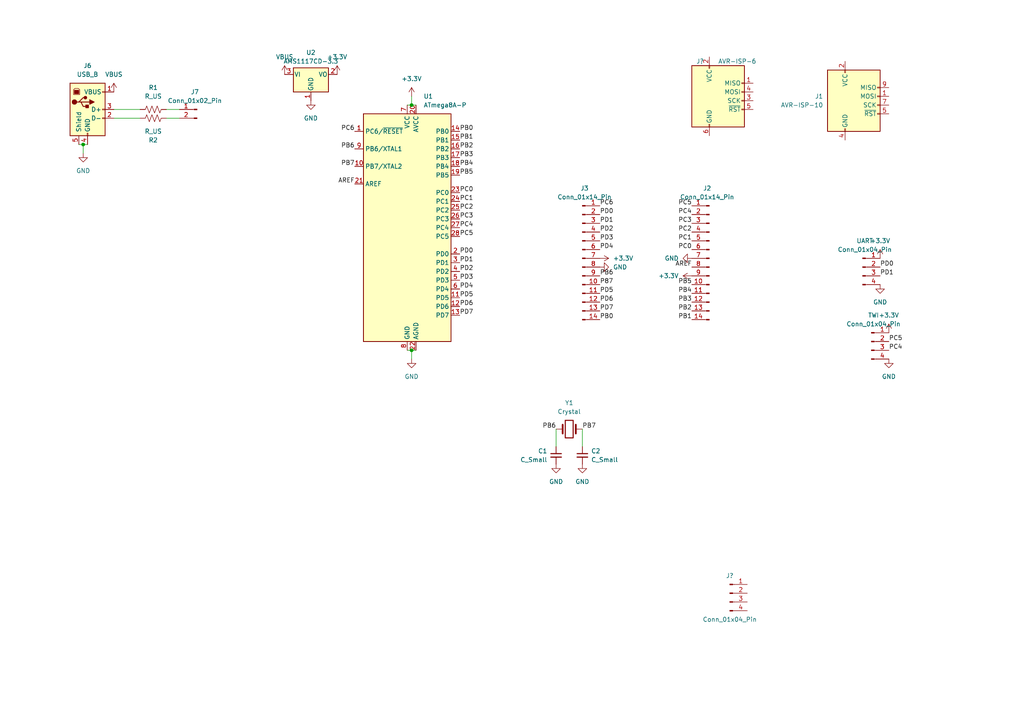
<source format=kicad_sch>
(kicad_sch (version 20230409) (generator eeschema)
  (paper "A4")
  (title_block (title "ATMEGA 8-A DevBoard"))
  (lib_symbols
    (symbol "Connector:AVR-ISP-10" (pin_names (offset 1.016))
      (property "Reference" "J" (at -6.35 11.43 0))
      (property "Value" "AVR-ISP-10" (at 0 11.43 0))
      (symbol "AVR-ISP-10_0_1"
        (rectangle (start -2.667 -6.858) (end -2.413 -7.62))
        (rectangle (start -2.667 10.16) (end -2.413 9.398))
        (rectangle (start 7.62 -2.413) (end 6.858 -2.667))
        (rectangle (start 7.62 0.127) (end 6.858 -0.127))
        (rectangle (start 7.62 2.667) (end 6.858 2.413))
        (rectangle (start 7.62 5.207) (end 6.858 4.953))
        (rectangle (start 7.62 10.16) (end -7.62 -7.62) (stroke (width 0.254)) (fill (type background)))
      )
      (symbol "AVR-ISP-10_1_1"
        (pin passive line (at 10.16 2.54 180) (length 2.54) (name "MOSI") (number "1"))
        (pin passive line (at -2.54 -10.16 90) (length 2.54) hide (name "GND") (number "10"))
        (pin passive line (at -2.54 12.7 270) (length 2.54) (name "VCC") (number "2"))
        (pin no_connect line (at 7.62 -5.08 180) (length 2.54) hide (name "NC") (number "3"))
        (pin passive line (at -2.54 -10.16 90) (length 2.54) (name "GND") (number "4"))
        (pin passive line (at 10.16 -2.54 180) (length 2.54) (name "~{RST}") (number "5"))
        (pin passive line (at -2.54 -10.16 90) (length 2.54) hide (name "GND") (number "6"))
        (pin passive line (at 10.16 0 180) (length 2.54) (name "SCK") (number "7"))
        (pin passive line (at -2.54 -10.16 90) (length 2.54) hide (name "GND") (number "8"))
        (pin passive line (at 10.16 5.08 180) (length 2.54) (name "MISO") (number "9"))
      )
    )
    (symbol "Connector:AVR-ISP-6" (pin_names (offset 1.016))
      (property "Reference" "J" (at -6.35 11.43 0))
      (property "Value" "AVR-ISP-6" (at 0 11.43 0))
      (symbol "AVR-ISP-6_0_1"
        (rectangle (start -2.667 -6.858) (end -2.413 -7.62))
        (rectangle (start -2.667 10.16) (end -2.413 9.398))
        (rectangle (start 7.62 -2.413) (end 6.858 -2.667))
        (rectangle (start 7.62 0.127) (end 6.858 -0.127))
        (rectangle (start 7.62 2.667) (end 6.858 2.413))
        (rectangle (start 7.62 5.207) (end 6.858 4.953))
        (rectangle (start 7.62 10.16) (end -7.62 -7.62) (stroke (width 0.254)) (fill (type background)))
      )
      (symbol "AVR-ISP-6_1_1"
        (pin passive line (at 10.16 5.08 180) (length 2.54) (name "MISO") (number "1"))
        (pin passive line (at -2.54 12.7 270) (length 2.54) (name "VCC") (number "2"))
        (pin passive line (at 10.16 0 180) (length 2.54) (name "SCK") (number "3"))
        (pin passive line (at 10.16 2.54 180) (length 2.54) (name "MOSI") (number "4"))
        (pin passive line (at 10.16 -2.54 180) (length 2.54) (name "~{RST}") (number "5"))
        (pin passive line (at -2.54 -10.16 90) (length 2.54) (name "GND") (number "6"))
      )
    )
    (symbol "Connector:Conn_01x02_Pin" (pin_names (offset 1.016) hide)
      (property "Reference" "J" (at 0 2.54 0))
      (property "Value" "Conn_01x02_Pin" (at 0 -5.08 0))
      (symbol "Conn_01x02_Pin_1_1"
        (polyline (pts (xy 1.27 -2.54) (xy 0.8636 -2.54)) (stroke (width 0.1524)))
        (polyline (pts (xy 1.27 0) (xy 0.8636 0)) (stroke (width 0.1524)))
        (rectangle (start 0.8636 -2.413) (end 0 -2.667) (stroke (width 0.1524)) (fill (type outline)))
        (rectangle (start 0.8636 0.127) (end 0 -0.127) (stroke (width 0.1524)) (fill (type outline)))
        (pin passive line (at 5.08 0 180) (length 3.81) (name "Pin_1") (number "1"))
        (pin passive line (at 5.08 -2.54 180) (length 3.81) (name "Pin_2") (number "2"))
      )
    )
    (symbol "Connector:Conn_01x04_Pin" (pin_names (offset 1.016) hide)
      (property "Reference" "J" (at 0 5.08 0))
      (property "Value" "Conn_01x04_Pin" (at 0 -7.62 0))
      (symbol "Conn_01x04_Pin_1_1"
        (polyline (pts (xy 1.27 -5.08) (xy 0.8636 -5.08)) (stroke (width 0.1524)))
        (polyline (pts (xy 1.27 -2.54) (xy 0.8636 -2.54)) (stroke (width 0.1524)))
        (polyline (pts (xy 1.27 0) (xy 0.8636 0)) (stroke (width 0.1524)))
        (polyline (pts (xy 1.27 2.54) (xy 0.8636 2.54)) (stroke (width 0.1524)))
        (rectangle (start 0.8636 -4.953) (end 0 -5.207) (stroke (width 0.1524)) (fill (type outline)))
        (rectangle (start 0.8636 -2.413) (end 0 -2.667) (stroke (width 0.1524)) (fill (type outline)))
        (rectangle (start 0.8636 0.127) (end 0 -0.127) (stroke (width 0.1524)) (fill (type outline)))
        (rectangle (start 0.8636 2.667) (end 0 2.413) (stroke (width 0.1524)) (fill (type outline)))
        (pin passive line (at 5.08 2.54 180) (length 3.81) (name "Pin_1") (number "1"))
        (pin passive line (at 5.08 0 180) (length 3.81) (name "Pin_2") (number "2"))
        (pin passive line (at 5.08 -2.54 180) (length 3.81) (name "Pin_3") (number "3"))
        (pin passive line (at 5.08 -5.08 180) (length 3.81) (name "Pin_4") (number "4"))
      )
    )
    (symbol "Connector:Conn_01x14_Pin" (pin_names (offset 1.016) hide)
      (property "Reference" "J" (at 0 17.78 0))
      (property "Value" "Conn_01x14_Pin" (at 0 -20.32 0))
      (symbol "Conn_01x14_Pin_1_1"
        (polyline (pts (xy 1.27 -17.78) (xy 0.8636 -17.78)) (stroke (width 0.1524)))
        (polyline (pts (xy 1.27 -15.24) (xy 0.8636 -15.24)) (stroke (width 0.1524)))
        (polyline (pts (xy 1.27 -12.7) (xy 0.8636 -12.7)) (stroke (width 0.1524)))
        (polyline (pts (xy 1.27 -10.16) (xy 0.8636 -10.16)) (stroke (width 0.1524)))
        (polyline (pts (xy 1.27 -7.62) (xy 0.8636 -7.62)) (stroke (width 0.1524)))
        (polyline (pts (xy 1.27 -5.08) (xy 0.8636 -5.08)) (stroke (width 0.1524)))
        (polyline (pts (xy 1.27 -2.54) (xy 0.8636 -2.54)) (stroke (width 0.1524)))
        (polyline (pts (xy 1.27 0) (xy 0.8636 0)) (stroke (width 0.1524)))
        (polyline (pts (xy 1.27 2.54) (xy 0.8636 2.54)) (stroke (width 0.1524)))
        (polyline (pts (xy 1.27 5.08) (xy 0.8636 5.08)) (stroke (width 0.1524)))
        (polyline (pts (xy 1.27 7.62) (xy 0.8636 7.62)) (stroke (width 0.1524)))
        (polyline (pts (xy 1.27 10.16) (xy 0.8636 10.16)) (stroke (width 0.1524)))
        (polyline (pts (xy 1.27 12.7) (xy 0.8636 12.7)) (stroke (width 0.1524)))
        (polyline (pts (xy 1.27 15.24) (xy 0.8636 15.24)) (stroke (width 0.1524)))
        (rectangle (start 0.8636 -17.653) (end 0 -17.907) (stroke (width 0.1524)) (fill (type outline)))
        (rectangle (start 0.8636 -15.113) (end 0 -15.367) (stroke (width 0.1524)) (fill (type outline)))
        (rectangle (start 0.8636 -12.573) (end 0 -12.827) (stroke (width 0.1524)) (fill (type outline)))
        (rectangle (start 0.8636 -10.033) (end 0 -10.287) (stroke (width 0.1524)) (fill (type outline)))
        (rectangle (start 0.8636 -7.493) (end 0 -7.747) (stroke (width 0.1524)) (fill (type outline)))
        (rectangle (start 0.8636 -4.953) (end 0 -5.207) (stroke (width 0.1524)) (fill (type outline)))
        (rectangle (start 0.8636 -2.413) (end 0 -2.667) (stroke (width 0.1524)) (fill (type outline)))
        (rectangle (start 0.8636 0.127) (end 0 -0.127) (stroke (width 0.1524)) (fill (type outline)))
        (rectangle (start 0.8636 2.667) (end 0 2.413) (stroke (width 0.1524)) (fill (type outline)))
        (rectangle (start 0.8636 5.207) (end 0 4.953) (stroke (width 0.1524)) (fill (type outline)))
        (rectangle (start 0.8636 7.747) (end 0 7.493) (stroke (width 0.1524)) (fill (type outline)))
        (rectangle (start 0.8636 10.287) (end 0 10.033) (stroke (width 0.1524)) (fill (type outline)))
        (rectangle (start 0.8636 12.827) (end 0 12.573) (stroke (width 0.1524)) (fill (type outline)))
        (rectangle (start 0.8636 15.367) (end 0 15.113) (stroke (width 0.1524)) (fill (type outline)))
        (pin passive line (at 5.08 15.24 180) (length 3.81) (name "Pin_1") (number "1"))
        (pin passive line (at 5.08 -7.62 180) (length 3.81) (name "Pin_10") (number "10"))
        (pin passive line (at 5.08 -10.16 180) (length 3.81) (name "Pin_11") (number "11"))
        (pin passive line (at 5.08 -12.7 180) (length 3.81) (name "Pin_12") (number "12"))
        (pin passive line (at 5.08 -15.24 180) (length 3.81) (name "Pin_13") (number "13"))
        (pin passive line (at 5.08 -17.78 180) (length 3.81) (name "Pin_14") (number "14"))
        (pin passive line (at 5.08 12.7 180) (length 3.81) (name "Pin_2") (number "2"))
        (pin passive line (at 5.08 10.16 180) (length 3.81) (name "Pin_3") (number "3"))
        (pin passive line (at 5.08 7.62 180) (length 3.81) (name "Pin_4") (number "4"))
        (pin passive line (at 5.08 5.08 180) (length 3.81) (name "Pin_5") (number "5"))
        (pin passive line (at 5.08 2.54 180) (length 3.81) (name "Pin_6") (number "6"))
        (pin passive line (at 5.08 0 180) (length 3.81) (name "Pin_7") (number "7"))
        (pin passive line (at 5.08 -2.54 180) (length 3.81) (name "Pin_8") (number "8"))
        (pin passive line (at 5.08 -5.08 180) (length 3.81) (name "Pin_9") (number "9"))
      )
    )
    (symbol "Connector:USB_B" (pin_names (offset 1.016))
      (property "Reference" "J" (at -5.08 11.43 0))
      (property "Value" "USB_B" (at -5.08 8.89 0))
      (symbol "USB_B_0_1"
        (rectangle (start -5.08 -7.62) (end 5.08 7.62) (stroke (width 0.254)) (fill (type background)))
        (circle (center -3.81 2.159) (radius 0.635) (stroke (width 0.254)) (fill (type outline)))
        (rectangle (start -3.81 5.588) (end -2.54 4.572) (fill (type outline)))
        (circle (center -0.635 3.429) (radius 0.381) (stroke (width 0.254)) (fill (type outline)))
        (rectangle (start -0.127 -7.62) (end 0.127 -6.858))
        (polyline (pts (xy -1.905 2.159) (xy 0.635 2.159)) (stroke (width 0.254)))
        (polyline (pts (xy -3.175 2.159) (xy -2.54 2.159) (xy -1.27 3.429) (xy -0.635 3.429)) (stroke (width 0.254)))
        (polyline (pts (xy -2.54 2.159) (xy -1.905 2.159) (xy -1.27 0.889) (xy 0 0.889)) (stroke (width 0.254)))
        (polyline (pts (xy 0.635 2.794) (xy 0.635 1.524) (xy 1.905 2.159) (xy 0.635 2.794)) (stroke (width 0.254)) (fill (type outline)))
        (polyline (pts (xy -4.064 4.318) (xy -2.286 4.318) (xy -2.286 5.715) (xy -2.667 6.096) (xy -3.683 6.096) (xy -4.064 5.715) (xy -4.064 4.318)))
        (rectangle (start 0.254 1.27) (end -0.508 0.508) (stroke (width 0.254)) (fill (type outline)))
        (rectangle (start 5.08 -2.667) (end 4.318 -2.413))
        (rectangle (start 5.08 -0.127) (end 4.318 0.127))
        (rectangle (start 5.08 4.953) (end 4.318 5.207))
      )
      (symbol "USB_B_1_1"
        (pin power_out line (at 7.62 5.08 180) (length 2.54) (name "VBUS") (number "1"))
        (pin bidirectional line (at 7.62 -2.54 180) (length 2.54) (name "D-") (number "2"))
        (pin bidirectional line (at 7.62 0 180) (length 2.54) (name "D+") (number "3"))
        (pin power_out line (at 0 -10.16 90) (length 2.54) (name "GND") (number "4"))
        (pin passive line (at -2.54 -10.16 90) (length 2.54) (name "Shield") (number "5"))
      )
    )
    (symbol "Device:C_Small" (pin_numbers hide) (pin_names (offset 0.254) hide)
      (property "Reference" "C" (at 0.254 1.778 0))
      (property "Value" "C_Small" (at 0.254 -2.032 0))
      (symbol "C_Small_0_1"
        (polyline (pts (xy -1.524 -0.508) (xy 1.524 -0.508)) (stroke (width 0.3302)))
        (polyline (pts (xy -1.524 0.508) (xy 1.524 0.508)) (stroke (width 0.3048)))
      )
      (symbol "C_Small_1_1"
        (pin passive line (at 0 2.54 270) (length 2.032) (name "~") (number "1"))
        (pin passive line (at 0 -2.54 90) (length 2.032) (name "~") (number "2"))
      )
    )
    (symbol "Device:Crystal" (pin_numbers hide) (pin_names (offset 1.016) hide)
      (property "Reference" "Y" (at 0 3.81 0))
      (property "Value" "Crystal" (at 0 -3.81 0))
      (symbol "Crystal_0_1"
        (rectangle (start -1.143 2.54) (end 1.143 -2.54) (stroke (width 0.3048)))
        (polyline (pts (xy -2.54 0) (xy -1.905 0)))
        (polyline (pts (xy -1.905 -1.27) (xy -1.905 1.27)) (stroke (width 0.508)))
        (polyline (pts (xy 1.905 -1.27) (xy 1.905 1.27)) (stroke (width 0.508)))
        (polyline (pts (xy 2.54 0) (xy 1.905 0)))
      )
      (symbol "Crystal_1_1"
        (pin passive line (at -3.81 0 0) (length 1.27) (name "1") (number "1"))
        (pin passive line (at 3.81 0 180) (length 1.27) (name "2") (number "2"))
      )
    )
    (symbol "Device:R_US" (pin_numbers hide) (pin_names (offset 0))
      (property "Reference" "R" (at 2.54 0 90))
      (property "Value" "R_US" (at -2.54 0 90))
      (symbol "R_US_0_1"
        (polyline (pts (xy 0 -2.286) (xy 0 -2.54)))
        (polyline (pts (xy 0 2.286) (xy 0 2.54)))
        (polyline (pts (xy 0 -0.762) (xy 1.016 -1.143) (xy 0 -1.524) (xy -1.016 -1.905) (xy 0 -2.286)))
        (polyline (pts (xy 0 0.762) (xy 1.016 0.381) (xy 0 0) (xy -1.016 -0.381) (xy 0 -0.762)))
        (polyline (pts (xy 0 2.286) (xy 1.016 1.905) (xy 0 1.524) (xy -1.016 1.143) (xy 0 0.762)))
      )
      (symbol "R_US_1_1"
        (pin passive line (at 0 3.81 270) (length 1.27) (name "~") (number "1"))
        (pin passive line (at 0 -3.81 90) (length 1.27) (name "~") (number "2"))
      )
    )
    (symbol "MCU_Microchip_ATmega:ATmega8A-P"
      (property "Reference" "U" (at -12.7 34.29 0))
      (property "Value" "ATmega8A-P" (at 5.08 -34.29 0))
      (symbol "ATmega8A-P_0_1"
        (rectangle (start -12.7 -33.02) (end 12.7 33.02) (stroke (width 0.254)) (fill (type background)))
      )
      (symbol "ATmega8A-P_1_1"
        (pin bidirectional line (at -15.24 27.94 0) (length 2.54) (name "PC6/~{RESET}") (number "1"))
        (pin bidirectional line (at -15.24 17.78 0) (length 2.54) (name "PB7/XTAL2") (number "10"))
        (pin bidirectional line (at 15.24 -20.32 180) (length 2.54) (name "PD5") (number "11"))
        (pin bidirectional line (at 15.24 -22.86 180) (length 2.54) (name "PD6") (number "12"))
        (pin bidirectional line (at 15.24 -25.4 180) (length 2.54) (name "PD7") (number "13"))
        (pin bidirectional line (at 15.24 27.94 180) (length 2.54) (name "PB0") (number "14"))
        (pin bidirectional line (at 15.24 25.4 180) (length 2.54) (name "PB1") (number "15"))
        (pin bidirectional line (at 15.24 22.86 180) (length 2.54) (name "PB2") (number "16"))
        (pin bidirectional line (at 15.24 20.32 180) (length 2.54) (name "PB3") (number "17"))
        (pin bidirectional line (at 15.24 17.78 180) (length 2.54) (name "PB4") (number "18"))
        (pin bidirectional line (at 15.24 15.24 180) (length 2.54) (name "PB5") (number "19"))
        (pin bidirectional line (at 15.24 -7.62 180) (length 2.54) (name "PD0") (number "2"))
        (pin power_in line (at 2.54 35.56 270) (length 2.54) (name "AVCC") (number "20"))
        (pin passive line (at -15.24 12.7 0) (length 2.54) (name "AREF") (number "21"))
        (pin power_in line (at 2.54 -35.56 90) (length 2.54) (name "AGND") (number "22"))
        (pin bidirectional line (at 15.24 10.16 180) (length 2.54) (name "PC0") (number "23"))
        (pin bidirectional line (at 15.24 7.62 180) (length 2.54) (name "PC1") (number "24"))
        (pin bidirectional line (at 15.24 5.08 180) (length 2.54) (name "PC2") (number "25"))
        (pin bidirectional line (at 15.24 2.54 180) (length 2.54) (name "PC3") (number "26"))
        (pin bidirectional line (at 15.24 0 180) (length 2.54) (name "PC4") (number "27"))
        (pin bidirectional line (at 15.24 -2.54 180) (length 2.54) (name "PC5") (number "28"))
        (pin bidirectional line (at 15.24 -10.16 180) (length 2.54) (name "PD1") (number "3"))
        (pin bidirectional line (at 15.24 -12.7 180) (length 2.54) (name "PD2") (number "4"))
        (pin bidirectional line (at 15.24 -15.24 180) (length 2.54) (name "PD3") (number "5"))
        (pin bidirectional line (at 15.24 -17.78 180) (length 2.54) (name "PD4") (number "6"))
        (pin power_in line (at 0 35.56 270) (length 2.54) (name "VCC") (number "7"))
        (pin power_in line (at 0 -35.56 90) (length 2.54) (name "GND") (number "8"))
        (pin bidirectional line (at -15.24 22.86 0) (length 2.54) (name "PB6/XTAL1") (number "9"))
      )
    )
    (symbol "Regulator_Linear:AMS1117CD-3.3" (pin_names (offset 0.254))
      (property "Reference" "U" (at -3.81 3.175 0))
      (property "Value" "AMS1117CD-3.3" (at 0 3.175 0))
      (symbol "AMS1117CD-3.3_0_1"
        (rectangle (start -5.08 -5.08) (end 5.08 1.905) (stroke (width 0.254)) (fill (type background)))
      )
      (symbol "AMS1117CD-3.3_1_1"
        (pin power_in line (at 0 -7.62 90) (length 2.54) (name "GND") (number "1"))
        (pin power_out line (at 7.62 0 180) (length 2.54) (name "VO") (number "2"))
        (pin power_in line (at -7.62 0 0) (length 2.54) (name "VI") (number "3"))
      )
    )
    (symbol "power:+3.3V" (power) (pin_names (offset 0))
      (property "Value" "+3.3V" (at 0 3.556 0))
      (symbol "+3.3V_0_1"
        (polyline (pts (xy -0.762 1.27) (xy 0 2.54)))
        (polyline (pts (xy 0 0) (xy 0 2.54)))
        (polyline (pts (xy 0 2.54) (xy 0.762 1.27)))
      )
      (symbol "+3.3V_1_1"
        (pin power_in line (at 0 0 90) (length 0) hide (name "+3.3V") (number "1"))
      )
    )
    (symbol "power:GND" (power) (pin_names (offset 0))
      (property "Value" "GND" (at 0 -3.81 0))
      (symbol "GND_0_1"
        (polyline (pts (xy 0 0) (xy 0 -1.27) (xy 1.27 -1.27) (xy 0 -2.54) (xy -1.27 -1.27) (xy 0 -1.27)))
      )
      (symbol "GND_1_1"
        (pin power_in line (at 0 0 270) (length 0) hide (name "GND") (number "1"))
      )
    )
    (symbol "power:VBUS" (power) (pin_names (offset 0))
      (property "Value" "VBUS" (at 0 3.81 0))
      (symbol "VBUS_0_1"
        (polyline (pts (xy -0.762 1.27) (xy 0 2.54)))
        (polyline (pts (xy 0 0) (xy 0 2.54)))
        (polyline (pts (xy 0 2.54) (xy 0.762 1.27)))
      )
      (symbol "VBUS_1_1"
        (pin power_in line (at 0 0 90) (length 0) hide (name "VBUS") (number "1"))
      )
    )
  )
  (junction (at 119.38 101.6))
  (junction (at 24.13 41.91))
  (junction (at 119.38 30.48))
  (wire (pts (xy 33.02 31.75) (xy 40.64 31.75)))
  (wire (pts (xy 168.91 124.46) (xy 168.91 129.54)))
  (wire (pts (xy 24.13 41.91) (xy 25.4 41.91)))
  (wire (pts (xy 118.11 101.6) (xy 119.38 101.6)))
  (wire (pts (xy 33.02 34.29) (xy 40.64 34.29)))
  (wire (pts (xy 119.38 101.6) (xy 119.38 104.14)))
  (wire (pts (xy 119.38 30.48) (xy 120.65 30.48)))
  (wire (pts (xy 48.26 34.29) (xy 52.07 34.29)))
  (wire (pts (xy 161.29 124.46) (xy 161.29 129.54)))
  (wire (pts (xy 22.86 41.91) (xy 24.13 41.91)))
  (wire (pts (xy 24.13 41.91) (xy 24.13 44.45)))
  (wire (pts (xy 119.38 101.6) (xy 120.65 101.6)))
  (wire (pts (xy 119.38 27.94) (xy 119.38 30.48)))
  (wire (pts (xy 48.26 31.75) (xy 52.07 31.75)))
  (wire (pts (xy 118.11 30.48) (xy 119.38 30.48)))
  (label "PD1" (at 173.99 64.77 0))
  (label "PC4" (at 200.66 62.23 180))
  (label "PB5" (at 133.35 50.8 0))
  (label "PD3" (at 133.35 81.28 0))
  (label "PB4" (at 133.35 48.26 0))
  (label "PD0" (at 133.35 73.66 0))
  (label "PC1" (at 133.35 58.42 0))
  (label "PB7" (at 168.91 124.46 0))
  (label "PD4" (at 133.35 83.82 0))
  (label "PD2" (at 173.99 67.31 0))
  (label "PB6" (at 102.87 43.18 180))
  (label "AREF" (at 102.87 53.34 180))
  (label "PC3" (at 200.66 64.77 180))
  (label "PC5" (at 200.66 59.69 180))
  (label "PB0" (at 173.99 92.71 0))
  (label "PC0" (at 133.35 55.88 0))
  (label "PC6" (at 102.87 38.1 180))
  (label "PB1" (at 200.66 92.71 180))
  (label "PC1" (at 200.66 69.85 180))
  (label "PD3" (at 173.99 69.85 0))
  (label "PB0" (at 133.35 38.1 0))
  (label "PD5" (at 133.35 86.36 0))
  (label "PD1" (at 255.27 80.01 0))
  (label "PC6" (at 173.99 59.69 0))
  (label "PC2" (at 200.66 67.31 180))
  (label "PB3" (at 133.35 45.72 0))
  (label "PD4" (at 173.99 72.39 0))
  (label "PD2" (at 133.35 78.74 0))
  (label "PD7" (at 133.35 91.44 0))
  (label "PD7" (at 173.99 90.17 0))
  (label "AREF" (at 200.66 77.47 180))
  (label "PC4" (at 257.81 101.6 0))
  (label "PC5" (at 133.35 68.58 0))
  (label "PC5" (at 257.81 99.06 0))
  (label "PB1" (at 133.35 40.64 0))
  (label "PD6" (at 173.99 87.63 0))
  (label "PB7" (at 102.87 48.26 180))
  (label "PC0" (at 200.66 72.39 180))
  (label "PB3" (at 200.66 87.63 180))
  (label "PB4" (at 200.66 85.09 180))
  (label "PB2" (at 200.66 90.17 180))
  (label "PD0" (at 255.27 77.47 0))
  (label "PD0" (at 173.99 62.23 0))
  (label "PB2" (at 133.35 43.18 0))
  (label "PC2" (at 133.35 60.96 0))
  (label "PD6" (at 133.35 88.9 0))
  (label "PD5" (at 173.99 85.09 0))
  (label "P87" (at 173.99 82.55 0))
  (label "PD1" (at 133.35 76.2 0))
  (label "PC3" (at 133.35 63.5 0))
  (label "PB6" (at 173.99 80.01 0))
  (label "PB5" (at 200.66 82.55 180))
  (label "PB6" (at 161.29 124.46 180))
  (label "PC4" (at 133.35 66.04 0))
  (symbol (lib_id "Device:C_Small") (at 161.29 132.08 0) (mirror y) (unit 1)
    (property "Reference" "C1" (at 158.75 130.8163 0) (effects (justify left)))
    (property "Value" "C_Small" (at 158.75 133.3563 0) (effects (justify left)))
    (property "Footprint" "Capacitor_THT:C_Rect_L4.0mm_W2.5mm_P2.50mm" (effects hide))
  )
  (symbol (lib_id "Device:Crystal") (at 165.1 124.46 0) (unit 1)
    (property "Reference" "Y1" (at 165.1 116.84 0))
    (property "Value" "Crystal" (at 165.1 119.38 0))
    (property "Footprint" "Crystal:Crystal_HC18-U_Vertical" (effects hide))
  )
  (symbol (lib_id "Device:R_US") (at 44.45 31.75 90) (unit 1)
    (property "Reference" "R1" (at 44.45 25.4 90))
    (property "Value" "R_US" (at 44.45 27.94 90))
    (property "Footprint" "Resistor_THT:R_Axial_DIN0207_L6.3mm_D2.5mm_P7.62mm_Horizontal" (effects hide))
  )
  (symbol (lib_id "power:GND") (at 257.81 104.14 0) (unit 1)
    (property "Reference" "#PWR016" (effects hide))
    (property "Value" "GND" (at 257.81 109.22 0))
  )
  (symbol (lib_id "power:GND") (at 173.99 77.47 90) (unit 1)
    (property "Reference" "#PWR05" (effects hide))
    (property "Value" "GND" (at 177.8 77.47 90) (effects (justify right)))
  )
  (symbol (lib_id "power:VBUS") (at 82.55 21.59 0) (unit 1)
    (property "Reference" "#PWR012" (effects hide))
    (property "Value" "VBUS" (at 82.55 16.51 0))
  )
  (symbol (lib_id "Connector:USB_B") (at 25.4 31.75 0) (unit 1)
    (property "Reference" "J6" (at 25.4 19.05 0))
    (property "Value" "USB_B" (at 25.4 21.59 0))
    (property "Footprint" "Connector_USB:USB_B_Lumberg_2411_02_Horizontal" (effects hide))
    (property "Datasheet" " ~" (effects hide))
  )
  (symbol (lib_id "Connector:Conn_01x02_Pin") (at 57.15 31.75 0) (mirror y) (unit 1)
    (property "Reference" "J7" (at 56.515 26.67 0))
    (property "Value" "Conn_01x02_Pin" (at 56.515 29.21 0))
    (property "Footprint" "Connector_JST:JST_EH_B2B-EH-A_1x02_P2.50mm_Vertical" (effects hide))
  )
  (symbol (lib_id "power:+3.3V") (at 257.81 96.52 0) (unit 1)
    (property "Reference" "#PWR017" (effects hide))
    (property "Value" "+3.3V" (at 257.81 91.44 0))
  )
  (symbol (lib_id "power:+3.3V") (at 119.38 27.94 0) (unit 1)
    (property "Reference" "#PWR02" (effects hide))
    (property "Value" "+3.3V" (at 119.38 22.86 0))
  )
  (symbol (lib_id "Connector:Conn_01x04_Pin") (at 250.19 77.47 0) (unit 1)
    (property "Reference" "UART" (at 250.825 69.85 0))
    (property "Value" "Conn_01x04_Pin" (at 250.825 72.39 0))
    (property "Footprint" "Connector_JST:JST_EH_B4B-EH-A_1x04_P2.50mm_Vertical" (effects hide))
  )
  (symbol (lib_id "Connector:Conn_01x14_Pin") (at 205.74 74.93 0) (mirror y) (unit 1)
    (property "Reference" "J2" (at 205.105 54.61 0))
    (property "Value" "Conn_01x14_Pin" (at 205.105 57.15 0))
    (property "Footprint" "Connector_Hirose:Hirose_DF13-14P-1.25DSA_1x14_P1.25mm_Vertical" (effects hide))
  )
  (symbol (lib_id "power:GND") (at 168.91 134.62 0) (unit 1)
    (property "Reference" "#PWR07" (effects hide))
    (property "Value" "GND" (at 168.91 139.7 0))
  )
  (symbol (lib_id "power:+3.3V") (at 173.99 74.93 270) (unit 1)
    (property "Reference" "#PWR03" (effects hide))
    (property "Value" "+3.3V" (at 177.8 74.93 90) (effects (justify left)))
  )
  (symbol (lib_id "power:+3.3V") (at 255.27 74.93 0) (unit 1)
    (property "Reference" "#PWR010" (effects hide))
    (property "Value" "+3.3V" (at 255.27 69.85 0))
  )
  (symbol (lib_id "MCU_Microchip_ATmega:ATmega8A-P") (at 118.11 66.04 0) (unit 1)
    (property "Reference" "U1" (at 122.8441 27.94 0) (effects (justify left)))
    (property "Value" "ATmega8A-P" (at 122.8441 30.48 0) (effects (justify left)))
    (property "Footprint" "Package_QFP:TQFP-32_7x7mm_P0.8mm" (effects hide))
    (property "Datasheet" "http://ww1.microchip.com/downloads/en/DeviceDoc/Microchip%208bit%20mcu%20AVR%20ATmega8A%20data%20sheet%2040001974A.pdf" (effects hide))
  )
  (symbol (lib_id "power:GND") (at 24.13 44.45 0) (unit 1)
    (property "Reference" "#PWR09" (effects hide))
    (property "Value" "GND" (at 24.13 49.53 0))
  )
  (symbol (lib_id "power:+3.3V") (at 97.79 21.59 0) (unit 1)
    (property "Reference" "#PWR014" (effects hide))
    (property "Value" "+3.3V" (at 97.79 16.51 0))
  )
  (symbol (lib_id "Regulator_Linear:AMS1117CD-3.3") (at 90.17 21.59 0) (unit 1)
    (property "Reference" "U2" (at 90.17 15.24 0))
    (property "Value" "AMS1117CD-3.3" (at 90.17 17.78 0))
    (property "Footprint" "Package_TO_SOT_SMD:TO-252-3_TabPin2" (effects hide))
    (property "Datasheet" "http://www.advanced-monolithic.com/pdf/ds1117.pdf" (effects hide))
  )
  (symbol (lib_id "power:GND") (at 200.66 74.93 270) (unit 1)
    (property "Reference" "#PWR06" (effects hide))
    (property "Value" "GND" (at 196.85 74.93 90) (effects (justify right)))
  )
  (symbol (lib_id "power:GND") (at 90.17 29.21 0) (unit 1)
    (property "Reference" "#PWR013" (effects hide))
    (property "Value" "GND" (at 90.17 34.29 0))
  )
  (symbol (lib_id "power:GND") (at 161.29 134.62 0) (unit 1)
    (property "Reference" "#PWR08" (effects hide))
    (property "Value" "GND" (at 161.29 139.7 0))
  )
  (symbol (lib_id "Connector:AVR-ISP-6") (at 208.28 29.21 0) (unit 1)
    (property "Reference" "J?" (at 201.93 17.78 0) (effects (justify left)))
    (property "Value" "AVR-ISP-6" (at 208.28 17.78 0) (effects (justify left)))
    (property "Datasheet" " ~" (effects hide))
  )
  (symbol (lib_id "Connector:Conn_01x14_Pin") (at 168.91 74.93 0) (unit 1)
    (property "Reference" "J3" (at 169.545 54.61 0))
    (property "Value" "Conn_01x14_Pin" (at 169.545 57.15 0))
    (property "Footprint" "Connector_Hirose:Hirose_DF13-14P-1.25DSA_1x14_P1.25mm_Vertical" (effects hide))
  )
  (symbol (lib_id "Connector:Conn_01x04_Pin") (at 211.6667 172.0563 0) (unit 1)
    (property "Reference" "J?" (at 211.6667 166.9763 0))
    (property "Value" "Conn_01x04_Pin" (at 211.6667 179.6763 0))
    (property "Footprint" "Connector_JST:JST_EH_B4B-EH-A_1x04_P2.50mm_Vertical" (effects hide))
  )
  (symbol (lib_id "Device:R_US") (at 44.45 34.29 90) (unit 1)
    (property "Reference" "R2" (at 44.45 40.64 90))
    (property "Value" "R_US" (at 44.45 38.1 90))
    (property "Footprint" "Resistor_THT:R_Axial_DIN0207_L6.3mm_D2.5mm_P5.08mm_Vertical" (effects hide))
  )
  (symbol (lib_id "power:GND") (at 119.38 104.14 0) (unit 1)
    (property "Reference" "#PWR01" (effects hide))
    (property "Value" "GND" (at 119.38 109.22 0))
  )
  (symbol (lib_id "Connector:Conn_01x04_Pin") (at 252.73 99.06 0) (unit 1)
    (property "Reference" "TWI" (at 253.365 91.44 0))
    (property "Value" "Conn_01x04_Pin" (at 253.365 93.98 0))
    (property "Footprint" "Connector_JST:JST_EH_B4B-EH-A_1x04_P2.50mm_Vertical" (effects hide))
  )
  (symbol (lib_id "power:+3.3V") (at 200.66 80.01 90) (unit 1)
    (property "Reference" "#PWR04" (effects hide))
    (property "Value" "+3.3V" (at 196.85 80.01 90) (effects (justify left)))
  )
  (symbol (lib_id "Connector:AVR-ISP-10") (at 247.65 30.48 0) (unit 1)
    (property "Reference" "J1" (at 238.76 27.94 0) (effects (justify right)))
    (property "Value" "AVR-ISP-10" (at 238.76 30.48 0) (effects (justify right)))
    (property "Datasheet" " ~" (effects hide))
  )
  (symbol (lib_id "power:GND") (at 255.27 82.55 0) (unit 1)
    (property "Reference" "#PWR015" (effects hide))
    (property "Value" "GND" (at 255.27 87.63 0))
  )
  (symbol (lib_id "Device:C_Small") (at 168.91 132.08 0) (unit 1)
    (property "Reference" "C2" (at 171.45 130.8163 0) (effects (justify left)))
    (property "Value" "C_Small" (at 171.45 133.3563 0) (effects (justify left)))
  )
  (symbol (lib_id "power:VBUS") (at 33.02 26.67 0) (unit 1)
    (property "Reference" "#PWR011" (effects hide))
    (property "Value" "VBUS" (at 33.02 21.59 0))
  )
)
</source>
